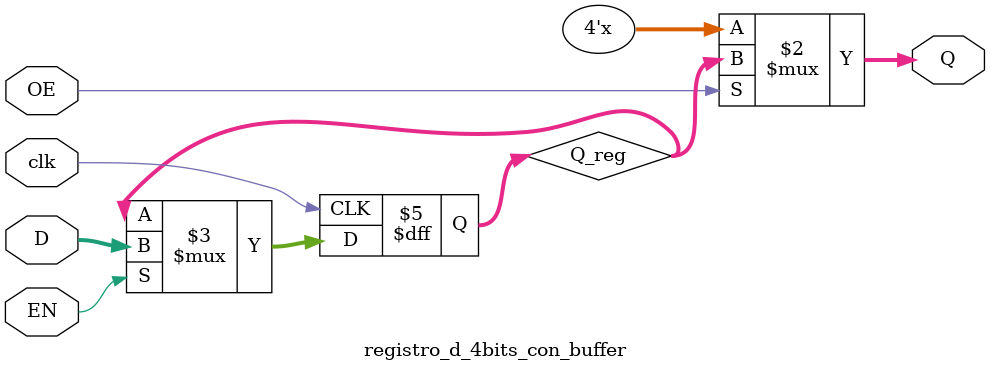
<source format=v>
module registro_d_4bits_con_buffer (
    input wire clk,
    input wire EN,          // Habilitador de escritura
    input wire OE,          // Habilitador de salida (Output Enable)
    input wire [3:0] D,
    output wire [3:0] Q     // Salida triestado
);

    reg [3:0] Q_reg;

    // Captura el valor de D en el flanco de subida cuando EN está activo
    always @(posedge clk) begin
        if (EN)
            Q_reg <= D;
    end

    // Salida triestado controlada por OE
    assign Q = (OE) ? Q_reg : 4'bz;

endmodule


</source>
